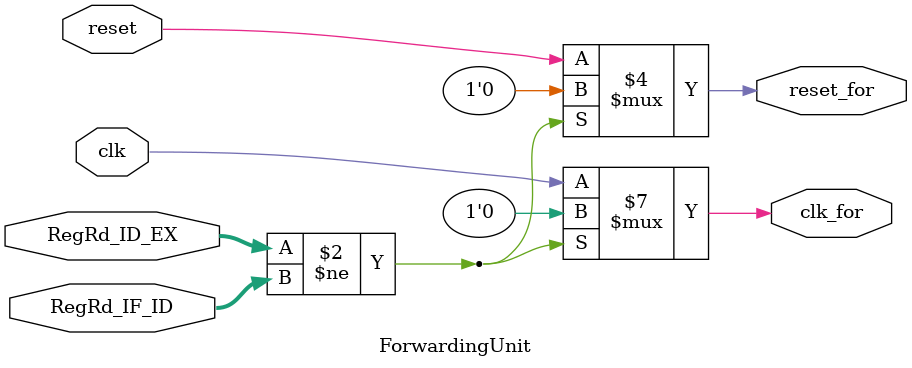
<source format=v>
`timescale 1ns / 1ps


module ForwardingUnit(
    input [2:0] RegRd_IF_ID,
    input [2:0] RegRd_ID_EX,
    input clk,
    input reset,
    output clk_for,
    output reset_for
    );
    
    always@(*)
    begin
        clk_for = clk;
        reset_for = reset;
        
        if(RegRd_ID_EX != RegRd_IF_ID)
           begin
            clk_for = 0;
            reset_for = 0;
           end
    end
endmodule

</source>
